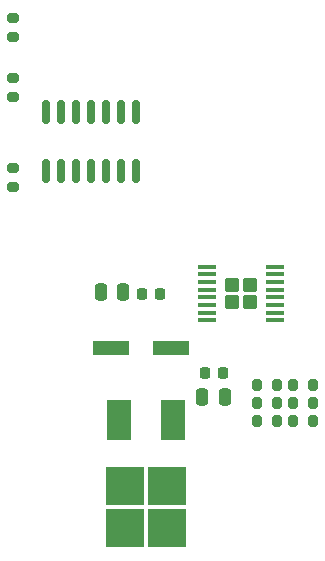
<source format=gtp>
%TF.GenerationSoftware,KiCad,Pcbnew,(7.0.0-122-g9f10c142c4)*%
%TF.CreationDate,2023-03-06T13:40:13+09:00*%
%TF.ProjectId,stepper,73746570-7065-4722-9e6b-696361645f70,rev?*%
%TF.SameCoordinates,Original*%
%TF.FileFunction,Paste,Top*%
%TF.FilePolarity,Positive*%
%FSLAX46Y46*%
G04 Gerber Fmt 4.6, Leading zero omitted, Abs format (unit mm)*
G04 Created by KiCad (PCBNEW (7.0.0-122-g9f10c142c4)) date 2023-03-06 13:40:13*
%MOMM*%
%LPD*%
G01*
G04 APERTURE LIST*
G04 Aperture macros list*
%AMRoundRect*
0 Rectangle with rounded corners*
0 $1 Rounding radius*
0 $2 $3 $4 $5 $6 $7 $8 $9 X,Y pos of 4 corners*
0 Add a 4 corners polygon primitive as box body*
4,1,4,$2,$3,$4,$5,$6,$7,$8,$9,$2,$3,0*
0 Add four circle primitives for the rounded corners*
1,1,$1+$1,$2,$3*
1,1,$1+$1,$4,$5*
1,1,$1+$1,$6,$7*
1,1,$1+$1,$8,$9*
0 Add four rect primitives between the rounded corners*
20,1,$1+$1,$2,$3,$4,$5,0*
20,1,$1+$1,$4,$5,$6,$7,0*
20,1,$1+$1,$6,$7,$8,$9,0*
20,1,$1+$1,$8,$9,$2,$3,0*%
G04 Aperture macros list end*
%ADD10RoundRect,0.150000X0.150000X-0.825000X0.150000X0.825000X-0.150000X0.825000X-0.150000X-0.825000X0*%
%ADD11RoundRect,0.200000X0.200000X0.275000X-0.200000X0.275000X-0.200000X-0.275000X0.200000X-0.275000X0*%
%ADD12RoundRect,0.250000X-0.250000X-0.475000X0.250000X-0.475000X0.250000X0.475000X-0.250000X0.475000X0*%
%ADD13RoundRect,0.200000X0.275000X-0.200000X0.275000X0.200000X-0.275000X0.200000X-0.275000X-0.200000X0*%
%ADD14RoundRect,0.250001X0.354999X0.354999X-0.354999X0.354999X-0.354999X-0.354999X0.354999X-0.354999X0*%
%ADD15RoundRect,0.100000X0.675000X0.100000X-0.675000X0.100000X-0.675000X-0.100000X0.675000X-0.100000X0*%
%ADD16RoundRect,0.225000X-0.225000X-0.250000X0.225000X-0.250000X0.225000X0.250000X-0.225000X0.250000X0*%
%ADD17R,3.300000X3.300000*%
%ADD18R,2.000000X3.500000*%
%ADD19R,3.098800X1.219200*%
G04 APERTURE END LIST*
D10*
%TO.C,U2*%
X126920000Y-71920000D03*
X128190000Y-71920000D03*
X129460000Y-71920000D03*
X130730000Y-71920000D03*
X132000000Y-71920000D03*
X133270000Y-71920000D03*
X134540000Y-71920000D03*
X134540000Y-66970000D03*
X133270000Y-66970000D03*
X132000000Y-66970000D03*
X130730000Y-66970000D03*
X129460000Y-66970000D03*
X128190000Y-66970000D03*
X126920000Y-66970000D03*
%TD*%
D11*
%TO.C,RSENA3*%
X146470000Y-90040000D03*
X144820000Y-90040000D03*
%TD*%
D12*
%TO.C,C4*%
X140150000Y-91070000D03*
X142050000Y-91070000D03*
%TD*%
D13*
%TO.C,R1*%
X124170000Y-73335000D03*
X124170000Y-71685000D03*
%TD*%
D11*
%TO.C,RSENB1*%
X149518000Y-93088000D03*
X147868000Y-93088000D03*
%TD*%
D14*
%TO.C,U1*%
X144200000Y-83080000D03*
X144200000Y-81580000D03*
X142700000Y-83080000D03*
X142700000Y-81580000D03*
D15*
X146325000Y-84605000D03*
X146325000Y-83955000D03*
X146325000Y-83305000D03*
X146325000Y-82655000D03*
X146325000Y-82005000D03*
X146325000Y-81355000D03*
X146325000Y-80705000D03*
X146325000Y-80055000D03*
X140575000Y-80055000D03*
X140575000Y-80705000D03*
X140575000Y-81355000D03*
X140575000Y-82005000D03*
X140575000Y-82655000D03*
X140575000Y-83305000D03*
X140575000Y-83955000D03*
X140575000Y-84605000D03*
%TD*%
D13*
%TO.C,R3*%
X124170000Y-64065000D03*
X124170000Y-65715000D03*
%TD*%
D11*
%TO.C,RSENB2*%
X149518000Y-91564000D03*
X147868000Y-91564000D03*
%TD*%
%TO.C,RSENA2*%
X146470000Y-91564000D03*
X144820000Y-91564000D03*
%TD*%
%TO.C,RSENB3*%
X149518000Y-90040000D03*
X147868000Y-90040000D03*
%TD*%
D16*
%TO.C,C2*%
X135035000Y-82410000D03*
X136585000Y-82410000D03*
%TD*%
%TO.C,C5*%
X140375000Y-89030000D03*
X141925000Y-89030000D03*
%TD*%
D12*
%TO.C,C1*%
X131550000Y-82170000D03*
X133450000Y-82170000D03*
%TD*%
D11*
%TO.C,RSENA1*%
X146470000Y-93088000D03*
X144820000Y-93088000D03*
%TD*%
D17*
%TO.C,U3*%
X137189999Y-98644999D03*
X133589999Y-98644999D03*
X137189999Y-102194999D03*
X133589999Y-102194999D03*
D18*
X137689999Y-93019999D03*
X133109999Y-93019999D03*
%TD*%
D19*
%TO.C,C3*%
X137552699Y-86949999D03*
X132447299Y-86949999D03*
%TD*%
D13*
%TO.C,R2*%
X124170000Y-60635000D03*
X124170000Y-58985000D03*
%TD*%
M02*

</source>
